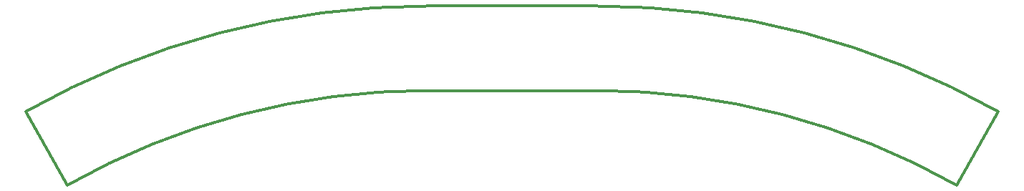
<source format=gbr>
%TF.GenerationSoftware,KiCad,Pcbnew,9.0.1*%
%TF.CreationDate,2025-05-09T11:22:53+02:00*%
%TF.ProjectId,FL-Zetor-Senzor,464c2d5a-6574-46f7-922d-53656e7a6f72,rev?*%
%TF.SameCoordinates,Original*%
%TF.FileFunction,Profile,NP*%
%FSLAX46Y46*%
G04 Gerber Fmt 4.6, Leading zero omitted, Abs format (unit mm)*
G04 Created by KiCad (PCBNEW 9.0.1) date 2025-05-09 11:22:53*
%MOMM*%
%LPD*%
G01*
G04 APERTURE LIST*
%TA.AperFunction,Profile*%
%ADD10C,0.300000*%
%TD*%
G04 APERTURE END LIST*
D10*
X138750000Y-101500000D02*
X148750000Y-101500000D01*
X138750000Y-91500000D02*
X148750000Y-91500000D01*
X148750000Y-101500000D02*
G75*
G02*
X191327714Y-112704674I0J-86499900D01*
G01*
X128750000Y-91500000D02*
X138750000Y-91500000D01*
X196249999Y-104000002D02*
X191327719Y-112704665D01*
X148750000Y-91500000D02*
G75*
G02*
X196249999Y-104000002I30J-96499870D01*
G01*
X86172280Y-112704664D02*
G75*
G02*
X128750000Y-101500000I42577690J-75295216D01*
G01*
X81250000Y-104000001D02*
G75*
G02*
X128750000Y-91500000I47499980J-83999919D01*
G01*
X128750000Y-101500000D02*
X138750000Y-101500000D01*
X81250000Y-104000001D02*
X86172280Y-112704664D01*
M02*

</source>
